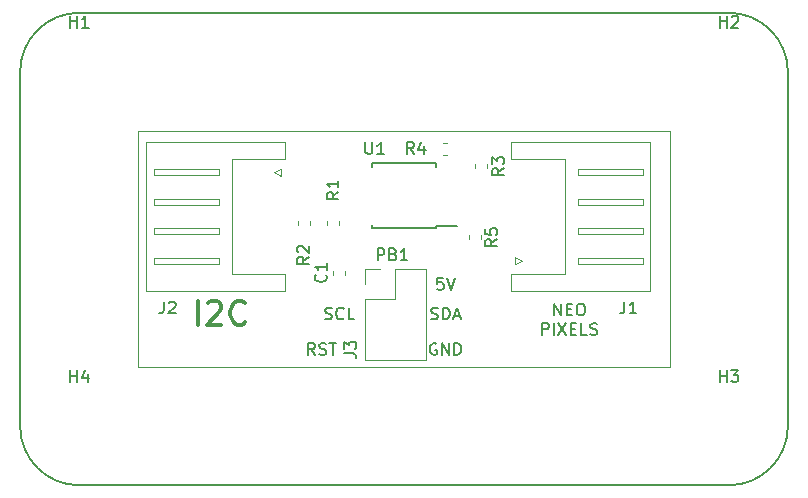
<source format=gbr>
%TF.GenerationSoftware,KiCad,Pcbnew,(5.1.6)-1*%
%TF.CreationDate,2020-12-10T00:03:04+01:00*%
%TF.ProjectId,06_I2C_2_NEOPIXELS,30365f49-3243-45f3-925f-4e454f504958,rev?*%
%TF.SameCoordinates,Original*%
%TF.FileFunction,Legend,Top*%
%TF.FilePolarity,Positive*%
%FSLAX46Y46*%
G04 Gerber Fmt 4.6, Leading zero omitted, Abs format (unit mm)*
G04 Created by KiCad (PCBNEW (5.1.6)-1) date 2020-12-10 00:03:04*
%MOMM*%
%LPD*%
G01*
G04 APERTURE LIST*
%ADD10C,0.150000*%
%ADD11C,0.300000*%
%ADD12C,0.120000*%
%TA.AperFunction,Profile*%
%ADD13C,0.150000*%
%TD*%
G04 APERTURE END LIST*
D10*
X145238095Y-80627380D02*
X145238095Y-79627380D01*
X145809523Y-80627380D01*
X145809523Y-79627380D01*
X146285714Y-80103571D02*
X146619047Y-80103571D01*
X146761904Y-80627380D02*
X146285714Y-80627380D01*
X146285714Y-79627380D01*
X146761904Y-79627380D01*
X147380952Y-79627380D02*
X147571428Y-79627380D01*
X147666666Y-79675000D01*
X147761904Y-79770238D01*
X147809523Y-79960714D01*
X147809523Y-80294047D01*
X147761904Y-80484523D01*
X147666666Y-80579761D01*
X147571428Y-80627380D01*
X147380952Y-80627380D01*
X147285714Y-80579761D01*
X147190476Y-80484523D01*
X147142857Y-80294047D01*
X147142857Y-79960714D01*
X147190476Y-79770238D01*
X147285714Y-79675000D01*
X147380952Y-79627380D01*
X144190476Y-82277380D02*
X144190476Y-81277380D01*
X144571428Y-81277380D01*
X144666666Y-81325000D01*
X144714285Y-81372619D01*
X144761904Y-81467857D01*
X144761904Y-81610714D01*
X144714285Y-81705952D01*
X144666666Y-81753571D01*
X144571428Y-81801190D01*
X144190476Y-81801190D01*
X145190476Y-82277380D02*
X145190476Y-81277380D01*
X145571428Y-81277380D02*
X146238095Y-82277380D01*
X146238095Y-81277380D02*
X145571428Y-82277380D01*
X146619047Y-81753571D02*
X146952380Y-81753571D01*
X147095238Y-82277380D02*
X146619047Y-82277380D01*
X146619047Y-81277380D01*
X147095238Y-81277380D01*
X148000000Y-82277380D02*
X147523809Y-82277380D01*
X147523809Y-81277380D01*
X148285714Y-82229761D02*
X148428571Y-82277380D01*
X148666666Y-82277380D01*
X148761904Y-82229761D01*
X148809523Y-82182142D01*
X148857142Y-82086904D01*
X148857142Y-81991666D01*
X148809523Y-81896428D01*
X148761904Y-81848809D01*
X148666666Y-81801190D01*
X148476190Y-81753571D01*
X148380952Y-81705952D01*
X148333333Y-81658333D01*
X148285714Y-81563095D01*
X148285714Y-81467857D01*
X148333333Y-81372619D01*
X148380952Y-81325000D01*
X148476190Y-81277380D01*
X148714285Y-81277380D01*
X148857142Y-81325000D01*
D11*
X115047619Y-81404761D02*
X115047619Y-79404761D01*
X115904761Y-79595238D02*
X116000000Y-79500000D01*
X116190476Y-79404761D01*
X116666666Y-79404761D01*
X116857142Y-79500000D01*
X116952380Y-79595238D01*
X117047619Y-79785714D01*
X117047619Y-79976190D01*
X116952380Y-80261904D01*
X115809523Y-81404761D01*
X117047619Y-81404761D01*
X119047619Y-81214285D02*
X118952380Y-81309523D01*
X118666666Y-81404761D01*
X118476190Y-81404761D01*
X118190476Y-81309523D01*
X118000000Y-81119047D01*
X117904761Y-80928571D01*
X117809523Y-80547619D01*
X117809523Y-80261904D01*
X117904761Y-79880952D01*
X118000000Y-79690476D01*
X118190476Y-79500000D01*
X118476190Y-79404761D01*
X118666666Y-79404761D01*
X118952380Y-79500000D01*
X119047619Y-79595238D01*
D10*
X130261904Y-75952380D02*
X130261904Y-74952380D01*
X130642857Y-74952380D01*
X130738095Y-75000000D01*
X130785714Y-75047619D01*
X130833333Y-75142857D01*
X130833333Y-75285714D01*
X130785714Y-75380952D01*
X130738095Y-75428571D01*
X130642857Y-75476190D01*
X130261904Y-75476190D01*
X131595238Y-75428571D02*
X131738095Y-75476190D01*
X131785714Y-75523809D01*
X131833333Y-75619047D01*
X131833333Y-75761904D01*
X131785714Y-75857142D01*
X131738095Y-75904761D01*
X131642857Y-75952380D01*
X131261904Y-75952380D01*
X131261904Y-74952380D01*
X131595238Y-74952380D01*
X131690476Y-75000000D01*
X131738095Y-75047619D01*
X131785714Y-75142857D01*
X131785714Y-75238095D01*
X131738095Y-75333333D01*
X131690476Y-75380952D01*
X131595238Y-75428571D01*
X131261904Y-75428571D01*
X132785714Y-75952380D02*
X132214285Y-75952380D01*
X132500000Y-75952380D02*
X132500000Y-74952380D01*
X132404761Y-75095238D01*
X132309523Y-75190476D01*
X132214285Y-75238095D01*
X125809523Y-80904761D02*
X125952380Y-80952380D01*
X126190476Y-80952380D01*
X126285714Y-80904761D01*
X126333333Y-80857142D01*
X126380952Y-80761904D01*
X126380952Y-80666666D01*
X126333333Y-80571428D01*
X126285714Y-80523809D01*
X126190476Y-80476190D01*
X126000000Y-80428571D01*
X125904761Y-80380952D01*
X125857142Y-80333333D01*
X125809523Y-80238095D01*
X125809523Y-80142857D01*
X125857142Y-80047619D01*
X125904761Y-80000000D01*
X126000000Y-79952380D01*
X126238095Y-79952380D01*
X126380952Y-80000000D01*
X127380952Y-80857142D02*
X127333333Y-80904761D01*
X127190476Y-80952380D01*
X127095238Y-80952380D01*
X126952380Y-80904761D01*
X126857142Y-80809523D01*
X126809523Y-80714285D01*
X126761904Y-80523809D01*
X126761904Y-80380952D01*
X126809523Y-80190476D01*
X126857142Y-80095238D01*
X126952380Y-80000000D01*
X127095238Y-79952380D01*
X127190476Y-79952380D01*
X127333333Y-80000000D01*
X127380952Y-80047619D01*
X128285714Y-80952380D02*
X127809523Y-80952380D01*
X127809523Y-79952380D01*
X124952380Y-83952380D02*
X124619047Y-83476190D01*
X124380952Y-83952380D02*
X124380952Y-82952380D01*
X124761904Y-82952380D01*
X124857142Y-83000000D01*
X124904761Y-83047619D01*
X124952380Y-83142857D01*
X124952380Y-83285714D01*
X124904761Y-83380952D01*
X124857142Y-83428571D01*
X124761904Y-83476190D01*
X124380952Y-83476190D01*
X125333333Y-83904761D02*
X125476190Y-83952380D01*
X125714285Y-83952380D01*
X125809523Y-83904761D01*
X125857142Y-83857142D01*
X125904761Y-83761904D01*
X125904761Y-83666666D01*
X125857142Y-83571428D01*
X125809523Y-83523809D01*
X125714285Y-83476190D01*
X125523809Y-83428571D01*
X125428571Y-83380952D01*
X125380952Y-83333333D01*
X125333333Y-83238095D01*
X125333333Y-83142857D01*
X125380952Y-83047619D01*
X125428571Y-83000000D01*
X125523809Y-82952380D01*
X125761904Y-82952380D01*
X125904761Y-83000000D01*
X126190476Y-82952380D02*
X126761904Y-82952380D01*
X126476190Y-83952380D02*
X126476190Y-82952380D01*
X135809523Y-77452380D02*
X135333333Y-77452380D01*
X135285714Y-77928571D01*
X135333333Y-77880952D01*
X135428571Y-77833333D01*
X135666666Y-77833333D01*
X135761904Y-77880952D01*
X135809523Y-77928571D01*
X135857142Y-78023809D01*
X135857142Y-78261904D01*
X135809523Y-78357142D01*
X135761904Y-78404761D01*
X135666666Y-78452380D01*
X135428571Y-78452380D01*
X135333333Y-78404761D01*
X135285714Y-78357142D01*
X136142857Y-77452380D02*
X136476190Y-78452380D01*
X136809523Y-77452380D01*
X134785714Y-80904761D02*
X134928571Y-80952380D01*
X135166666Y-80952380D01*
X135261904Y-80904761D01*
X135309523Y-80857142D01*
X135357142Y-80761904D01*
X135357142Y-80666666D01*
X135309523Y-80571428D01*
X135261904Y-80523809D01*
X135166666Y-80476190D01*
X134976190Y-80428571D01*
X134880952Y-80380952D01*
X134833333Y-80333333D01*
X134785714Y-80238095D01*
X134785714Y-80142857D01*
X134833333Y-80047619D01*
X134880952Y-80000000D01*
X134976190Y-79952380D01*
X135214285Y-79952380D01*
X135357142Y-80000000D01*
X135785714Y-80952380D02*
X135785714Y-79952380D01*
X136023809Y-79952380D01*
X136166666Y-80000000D01*
X136261904Y-80095238D01*
X136309523Y-80190476D01*
X136357142Y-80380952D01*
X136357142Y-80523809D01*
X136309523Y-80714285D01*
X136261904Y-80809523D01*
X136166666Y-80904761D01*
X136023809Y-80952380D01*
X135785714Y-80952380D01*
X136738095Y-80666666D02*
X137214285Y-80666666D01*
X136642857Y-80952380D02*
X136976190Y-79952380D01*
X137309523Y-80952380D01*
X135238095Y-83000000D02*
X135142857Y-82952380D01*
X135000000Y-82952380D01*
X134857142Y-83000000D01*
X134761904Y-83095238D01*
X134714285Y-83190476D01*
X134666666Y-83380952D01*
X134666666Y-83523809D01*
X134714285Y-83714285D01*
X134761904Y-83809523D01*
X134857142Y-83904761D01*
X135000000Y-83952380D01*
X135095238Y-83952380D01*
X135238095Y-83904761D01*
X135285714Y-83857142D01*
X135285714Y-83523809D01*
X135095238Y-83523809D01*
X135714285Y-83952380D02*
X135714285Y-82952380D01*
X136285714Y-83952380D01*
X136285714Y-82952380D01*
X136761904Y-83952380D02*
X136761904Y-82952380D01*
X137000000Y-82952380D01*
X137142857Y-83000000D01*
X137238095Y-83095238D01*
X137285714Y-83190476D01*
X137333333Y-83380952D01*
X137333333Y-83523809D01*
X137285714Y-83714285D01*
X137238095Y-83809523D01*
X137142857Y-83904761D01*
X137000000Y-83952380D01*
X136761904Y-83952380D01*
D12*
X155000000Y-85000000D02*
X155000000Y-65000000D01*
X110000000Y-85000000D02*
X155000000Y-85000000D01*
D13*
X160000000Y-55000000D02*
G75*
G02*
X165000000Y-60000000I0J-5000000D01*
G01*
D12*
X110000000Y-65000000D02*
X110000000Y-85000000D01*
X155000000Y-65000000D02*
X110000000Y-65000000D01*
D13*
X165000000Y-90000000D02*
G75*
G02*
X160000000Y-95000000I-5000000J0D01*
G01*
X105000000Y-95000000D02*
G75*
G02*
X100000000Y-90000000I0J5000000D01*
G01*
X100000000Y-60000000D02*
G75*
G02*
X105000000Y-55000000I5000000J0D01*
G01*
X100000000Y-90000000D02*
X100000000Y-60000000D01*
X160000000Y-95000000D02*
X105000000Y-95000000D01*
X165000000Y-60000000D02*
X165000000Y-90000000D01*
X105000000Y-55000000D02*
X160000000Y-55000000D01*
D12*
%TO.C,C1*%
X126490000Y-76837221D02*
X126490000Y-77162779D01*
X127510000Y-76837221D02*
X127510000Y-77162779D01*
%TO.C,J1*%
X141900000Y-75700000D02*
X142500000Y-76000000D01*
X141900000Y-76300000D02*
X141900000Y-75700000D01*
X142500000Y-76000000D02*
X141900000Y-76300000D01*
X147200000Y-68250000D02*
X147200000Y-68750000D01*
X152700000Y-68250000D02*
X147200000Y-68250000D01*
X152700000Y-68750000D02*
X152700000Y-68250000D01*
X147200000Y-68750000D02*
X152700000Y-68750000D01*
X147200000Y-70750000D02*
X147200000Y-71250000D01*
X152700000Y-70750000D02*
X147200000Y-70750000D01*
X152700000Y-71250000D02*
X152700000Y-70750000D01*
X147200000Y-71250000D02*
X152700000Y-71250000D01*
X147200000Y-73250000D02*
X147200000Y-73750000D01*
X152700000Y-73250000D02*
X147200000Y-73250000D01*
X152700000Y-73750000D02*
X152700000Y-73250000D01*
X147200000Y-73750000D02*
X152700000Y-73750000D01*
X147200000Y-75750000D02*
X147200000Y-76250000D01*
X152700000Y-75750000D02*
X147200000Y-75750000D01*
X152700000Y-76250000D02*
X152700000Y-75750000D01*
X147200000Y-76250000D02*
X152700000Y-76250000D01*
X146090000Y-67360000D02*
X146090000Y-72250000D01*
X141590000Y-67360000D02*
X146090000Y-67360000D01*
X141590000Y-65940000D02*
X141590000Y-67360000D01*
X153310000Y-65940000D02*
X141590000Y-65940000D01*
X153310000Y-72250000D02*
X153310000Y-65940000D01*
X146090000Y-77140000D02*
X146090000Y-72250000D01*
X141590000Y-77140000D02*
X146090000Y-77140000D01*
X141590000Y-78560000D02*
X141590000Y-77140000D01*
X153310000Y-78560000D02*
X141590000Y-78560000D01*
X153310000Y-72250000D02*
X153310000Y-78560000D01*
%TO.C,J2*%
X110690000Y-72250000D02*
X110690000Y-65940000D01*
X110690000Y-65940000D02*
X122410000Y-65940000D01*
X122410000Y-65940000D02*
X122410000Y-67360000D01*
X122410000Y-67360000D02*
X117910000Y-67360000D01*
X117910000Y-67360000D02*
X117910000Y-72250000D01*
X110690000Y-72250000D02*
X110690000Y-78560000D01*
X110690000Y-78560000D02*
X122410000Y-78560000D01*
X122410000Y-78560000D02*
X122410000Y-77140000D01*
X122410000Y-77140000D02*
X117910000Y-77140000D01*
X117910000Y-77140000D02*
X117910000Y-72250000D01*
X116800000Y-68250000D02*
X111300000Y-68250000D01*
X111300000Y-68250000D02*
X111300000Y-68750000D01*
X111300000Y-68750000D02*
X116800000Y-68750000D01*
X116800000Y-68750000D02*
X116800000Y-68250000D01*
X116800000Y-70750000D02*
X111300000Y-70750000D01*
X111300000Y-70750000D02*
X111300000Y-71250000D01*
X111300000Y-71250000D02*
X116800000Y-71250000D01*
X116800000Y-71250000D02*
X116800000Y-70750000D01*
X116800000Y-73250000D02*
X111300000Y-73250000D01*
X111300000Y-73250000D02*
X111300000Y-73750000D01*
X111300000Y-73750000D02*
X116800000Y-73750000D01*
X116800000Y-73750000D02*
X116800000Y-73250000D01*
X116800000Y-75750000D02*
X111300000Y-75750000D01*
X111300000Y-75750000D02*
X111300000Y-76250000D01*
X111300000Y-76250000D02*
X116800000Y-76250000D01*
X116800000Y-76250000D02*
X116800000Y-75750000D01*
X121500000Y-68500000D02*
X122100000Y-68200000D01*
X122100000Y-68200000D02*
X122100000Y-68800000D01*
X122100000Y-68800000D02*
X121500000Y-68500000D01*
%TO.C,J3*%
X129170000Y-76670000D02*
X130500000Y-76670000D01*
X129170000Y-78000000D02*
X129170000Y-76670000D01*
X131770000Y-76670000D02*
X134370000Y-76670000D01*
X131770000Y-79270000D02*
X131770000Y-76670000D01*
X129170000Y-79270000D02*
X131770000Y-79270000D01*
X134370000Y-76670000D02*
X134370000Y-84410000D01*
X129170000Y-79270000D02*
X129170000Y-84410000D01*
X129170000Y-84410000D02*
X134370000Y-84410000D01*
%TO.C,R1*%
X125990000Y-72950279D02*
X125990000Y-72624721D01*
X127010000Y-72950279D02*
X127010000Y-72624721D01*
%TO.C,R2*%
X124510000Y-72950279D02*
X124510000Y-72624721D01*
X123490000Y-72950279D02*
X123490000Y-72624721D01*
%TO.C,R3*%
X138490000Y-68162779D02*
X138490000Y-67837221D01*
X139510000Y-68162779D02*
X139510000Y-67837221D01*
%TO.C,R4*%
X135837221Y-67010000D02*
X136162779Y-67010000D01*
X135837221Y-65990000D02*
X136162779Y-65990000D01*
%TO.C,R5*%
X137990000Y-73837221D02*
X137990000Y-74162779D01*
X139010000Y-73837221D02*
X139010000Y-74162779D01*
D10*
%TO.C,U1*%
X135250000Y-73050000D02*
X137000000Y-73050000D01*
X135250000Y-67745000D02*
X129750000Y-67745000D01*
X135250000Y-73255000D02*
X129750000Y-73255000D01*
X135250000Y-67745000D02*
X135250000Y-68045000D01*
X129750000Y-67745000D02*
X129750000Y-68045000D01*
X129750000Y-73255000D02*
X129750000Y-72955000D01*
X135250000Y-73255000D02*
X135250000Y-73050000D01*
%TD*%
%TO.C,C1*%
X125857142Y-77166666D02*
X125904761Y-77214285D01*
X125952380Y-77357142D01*
X125952380Y-77452380D01*
X125904761Y-77595238D01*
X125809523Y-77690476D01*
X125714285Y-77738095D01*
X125523809Y-77785714D01*
X125380952Y-77785714D01*
X125190476Y-77738095D01*
X125095238Y-77690476D01*
X125000000Y-77595238D01*
X124952380Y-77452380D01*
X124952380Y-77357142D01*
X125000000Y-77214285D01*
X125047619Y-77166666D01*
X125952380Y-76214285D02*
X125952380Y-76785714D01*
X125952380Y-76500000D02*
X124952380Y-76500000D01*
X125095238Y-76595238D01*
X125190476Y-76690476D01*
X125238095Y-76785714D01*
%TO.C,H1*%
X104238095Y-56252380D02*
X104238095Y-55252380D01*
X104238095Y-55728571D02*
X104809523Y-55728571D01*
X104809523Y-56252380D02*
X104809523Y-55252380D01*
X105809523Y-56252380D02*
X105238095Y-56252380D01*
X105523809Y-56252380D02*
X105523809Y-55252380D01*
X105428571Y-55395238D01*
X105333333Y-55490476D01*
X105238095Y-55538095D01*
%TO.C,H2*%
X159238095Y-56252380D02*
X159238095Y-55252380D01*
X159238095Y-55728571D02*
X159809523Y-55728571D01*
X159809523Y-56252380D02*
X159809523Y-55252380D01*
X160238095Y-55347619D02*
X160285714Y-55300000D01*
X160380952Y-55252380D01*
X160619047Y-55252380D01*
X160714285Y-55300000D01*
X160761904Y-55347619D01*
X160809523Y-55442857D01*
X160809523Y-55538095D01*
X160761904Y-55680952D01*
X160190476Y-56252380D01*
X160809523Y-56252380D01*
%TO.C,H3*%
X159238095Y-86252380D02*
X159238095Y-85252380D01*
X159238095Y-85728571D02*
X159809523Y-85728571D01*
X159809523Y-86252380D02*
X159809523Y-85252380D01*
X160190476Y-85252380D02*
X160809523Y-85252380D01*
X160476190Y-85633333D01*
X160619047Y-85633333D01*
X160714285Y-85680952D01*
X160761904Y-85728571D01*
X160809523Y-85823809D01*
X160809523Y-86061904D01*
X160761904Y-86157142D01*
X160714285Y-86204761D01*
X160619047Y-86252380D01*
X160333333Y-86252380D01*
X160238095Y-86204761D01*
X160190476Y-86157142D01*
%TO.C,H4*%
X104238095Y-86252380D02*
X104238095Y-85252380D01*
X104238095Y-85728571D02*
X104809523Y-85728571D01*
X104809523Y-86252380D02*
X104809523Y-85252380D01*
X105714285Y-85585714D02*
X105714285Y-86252380D01*
X105476190Y-85204761D02*
X105238095Y-85919047D01*
X105857142Y-85919047D01*
%TO.C,J1*%
X151166666Y-79452380D02*
X151166666Y-80166666D01*
X151119047Y-80309523D01*
X151023809Y-80404761D01*
X150880952Y-80452380D01*
X150785714Y-80452380D01*
X152166666Y-80452380D02*
X151595238Y-80452380D01*
X151880952Y-80452380D02*
X151880952Y-79452380D01*
X151785714Y-79595238D01*
X151690476Y-79690476D01*
X151595238Y-79738095D01*
%TO.C,J2*%
X112166666Y-79452380D02*
X112166666Y-80166666D01*
X112119047Y-80309523D01*
X112023809Y-80404761D01*
X111880952Y-80452380D01*
X111785714Y-80452380D01*
X112595238Y-79547619D02*
X112642857Y-79500000D01*
X112738095Y-79452380D01*
X112976190Y-79452380D01*
X113071428Y-79500000D01*
X113119047Y-79547619D01*
X113166666Y-79642857D01*
X113166666Y-79738095D01*
X113119047Y-79880952D01*
X112547619Y-80452380D01*
X113166666Y-80452380D01*
%TO.C,J3*%
X127452380Y-83833333D02*
X128166666Y-83833333D01*
X128309523Y-83880952D01*
X128404761Y-83976190D01*
X128452380Y-84119047D01*
X128452380Y-84214285D01*
X127452380Y-83452380D02*
X127452380Y-82833333D01*
X127833333Y-83166666D01*
X127833333Y-83023809D01*
X127880952Y-82928571D01*
X127928571Y-82880952D01*
X128023809Y-82833333D01*
X128261904Y-82833333D01*
X128357142Y-82880952D01*
X128404761Y-82928571D01*
X128452380Y-83023809D01*
X128452380Y-83309523D01*
X128404761Y-83404761D01*
X128357142Y-83452380D01*
%TO.C,R1*%
X126952380Y-70166666D02*
X126476190Y-70500000D01*
X126952380Y-70738095D02*
X125952380Y-70738095D01*
X125952380Y-70357142D01*
X126000000Y-70261904D01*
X126047619Y-70214285D01*
X126142857Y-70166666D01*
X126285714Y-70166666D01*
X126380952Y-70214285D01*
X126428571Y-70261904D01*
X126476190Y-70357142D01*
X126476190Y-70738095D01*
X126952380Y-69214285D02*
X126952380Y-69785714D01*
X126952380Y-69500000D02*
X125952380Y-69500000D01*
X126095238Y-69595238D01*
X126190476Y-69690476D01*
X126238095Y-69785714D01*
%TO.C,R2*%
X124452380Y-75666666D02*
X123976190Y-76000000D01*
X124452380Y-76238095D02*
X123452380Y-76238095D01*
X123452380Y-75857142D01*
X123500000Y-75761904D01*
X123547619Y-75714285D01*
X123642857Y-75666666D01*
X123785714Y-75666666D01*
X123880952Y-75714285D01*
X123928571Y-75761904D01*
X123976190Y-75857142D01*
X123976190Y-76238095D01*
X123547619Y-75285714D02*
X123500000Y-75238095D01*
X123452380Y-75142857D01*
X123452380Y-74904761D01*
X123500000Y-74809523D01*
X123547619Y-74761904D01*
X123642857Y-74714285D01*
X123738095Y-74714285D01*
X123880952Y-74761904D01*
X124452380Y-75333333D01*
X124452380Y-74714285D01*
%TO.C,R3*%
X140952380Y-68166666D02*
X140476190Y-68500000D01*
X140952380Y-68738095D02*
X139952380Y-68738095D01*
X139952380Y-68357142D01*
X140000000Y-68261904D01*
X140047619Y-68214285D01*
X140142857Y-68166666D01*
X140285714Y-68166666D01*
X140380952Y-68214285D01*
X140428571Y-68261904D01*
X140476190Y-68357142D01*
X140476190Y-68738095D01*
X139952380Y-67833333D02*
X139952380Y-67214285D01*
X140333333Y-67547619D01*
X140333333Y-67404761D01*
X140380952Y-67309523D01*
X140428571Y-67261904D01*
X140523809Y-67214285D01*
X140761904Y-67214285D01*
X140857142Y-67261904D01*
X140904761Y-67309523D01*
X140952380Y-67404761D01*
X140952380Y-67690476D01*
X140904761Y-67785714D01*
X140857142Y-67833333D01*
%TO.C,R4*%
X133333333Y-66952380D02*
X133000000Y-66476190D01*
X132761904Y-66952380D02*
X132761904Y-65952380D01*
X133142857Y-65952380D01*
X133238095Y-66000000D01*
X133285714Y-66047619D01*
X133333333Y-66142857D01*
X133333333Y-66285714D01*
X133285714Y-66380952D01*
X133238095Y-66428571D01*
X133142857Y-66476190D01*
X132761904Y-66476190D01*
X134190476Y-66285714D02*
X134190476Y-66952380D01*
X133952380Y-65904761D02*
X133714285Y-66619047D01*
X134333333Y-66619047D01*
%TO.C,R5*%
X140382380Y-74166666D02*
X139906190Y-74500000D01*
X140382380Y-74738095D02*
X139382380Y-74738095D01*
X139382380Y-74357142D01*
X139430000Y-74261904D01*
X139477619Y-74214285D01*
X139572857Y-74166666D01*
X139715714Y-74166666D01*
X139810952Y-74214285D01*
X139858571Y-74261904D01*
X139906190Y-74357142D01*
X139906190Y-74738095D01*
X139382380Y-73261904D02*
X139382380Y-73738095D01*
X139858571Y-73785714D01*
X139810952Y-73738095D01*
X139763333Y-73642857D01*
X139763333Y-73404761D01*
X139810952Y-73309523D01*
X139858571Y-73261904D01*
X139953809Y-73214285D01*
X140191904Y-73214285D01*
X140287142Y-73261904D01*
X140334761Y-73309523D01*
X140382380Y-73404761D01*
X140382380Y-73642857D01*
X140334761Y-73738095D01*
X140287142Y-73785714D01*
%TO.C,U1*%
X129238095Y-65952380D02*
X129238095Y-66761904D01*
X129285714Y-66857142D01*
X129333333Y-66904761D01*
X129428571Y-66952380D01*
X129619047Y-66952380D01*
X129714285Y-66904761D01*
X129761904Y-66857142D01*
X129809523Y-66761904D01*
X129809523Y-65952380D01*
X130809523Y-66952380D02*
X130238095Y-66952380D01*
X130523809Y-66952380D02*
X130523809Y-65952380D01*
X130428571Y-66095238D01*
X130333333Y-66190476D01*
X130238095Y-66238095D01*
%TD*%
M02*

</source>
